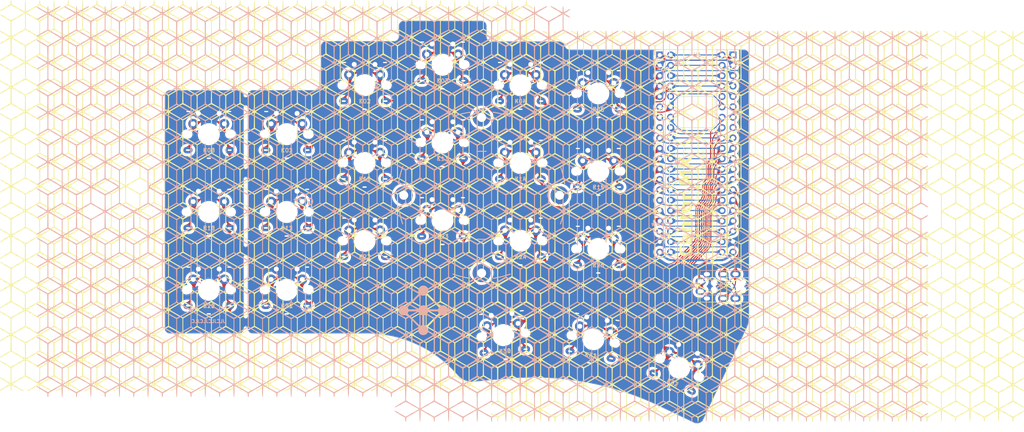
<source format=kicad_pcb>
(kicad_pcb
	(version 20240108)
	(generator "pcbnew")
	(generator_version "8.0")
	(general
		(thickness 1.6)
		(legacy_teardrops yes)
	)
	(paper "USLetter")
	(title_block
		(title "Cantor MX")
		(date "2023-10-23")
		(rev "rev1.6")
		(comment 2 "Based on Cantor by Diego Palacios https://github.com/diepala/cantor")
		(comment 3 "Cantor MX by Ryan Neff https://github.com/JellyTitan")
		(comment 4 "Supports Cherry MX Switches, as well as Kailh Choc V1 & V2")
	)
	(layers
		(0 "F.Cu" signal)
		(31 "B.Cu" signal)
		(32 "B.Adhes" user "B.Adhesive")
		(33 "F.Adhes" user "F.Adhesive")
		(34 "B.Paste" user)
		(35 "F.Paste" user)
		(36 "B.SilkS" user "B.Silkscreen")
		(37 "F.SilkS" user "F.Silkscreen")
		(38 "B.Mask" user)
		(39 "F.Mask" user)
		(40 "Dwgs.User" user "User.Drawings")
		(41 "Cmts.User" user "User.Comments")
		(42 "Eco1.User" user "User.Eco1")
		(43 "Eco2.User" user "User.Eco2")
		(44 "Edge.Cuts" user)
		(45 "Margin" user)
		(46 "B.CrtYd" user "B.Courtyard")
		(47 "F.CrtYd" user "F.Courtyard")
		(48 "B.Fab" user)
		(49 "F.Fab" user)
		(50 "User.1" user)
		(51 "User.2" user)
		(52 "User.3" user)
		(53 "User.4" user)
		(54 "User.5" user)
		(55 "User.6" user)
		(56 "User.7" user)
		(57 "User.8" user)
		(58 "User.9" user)
	)
	(setup
		(stackup
			(layer "F.SilkS"
				(type "Top Silk Screen")
			)
			(layer "F.Paste"
				(type "Top Solder Paste")
			)
			(layer "F.Mask"
				(type "Top Solder Mask")
				(thickness 0.01)
			)
			(layer "F.Cu"
				(type "copper")
				(thickness 0.035)
			)
			(layer "dielectric 1"
				(type "core")
				(thickness 1.51)
				(material "FR4")
				(epsilon_r 4.5)
				(loss_tangent 0.02)
			)
			(layer "B.Cu"
				(type "copper")
				(thickness 0.035)
			)
			(layer "B.Mask"
				(type "Bottom Solder Mask")
				(thickness 0.01)
			)
			(layer "B.Paste"
				(type "Bottom Solder Paste")
			)
			(layer "B.SilkS"
				(type "Bottom Silk Screen")
			)
			(copper_finish "None")
			(dielectric_constraints no)
		)
		(pad_to_mask_clearance 0)
		(allow_soldermask_bridges_in_footprints no)
		(aux_axis_origin 125.9 72.05)
		(grid_origin 125.9 72.05)
		(pcbplotparams
			(layerselection 0x00010fc_ffffffff)
			(plot_on_all_layers_selection 0x0001000_00000000)
			(disableapertmacros no)
			(usegerberextensions yes)
			(usegerberattributes yes)
			(usegerberadvancedattributes yes)
			(creategerberjobfile yes)
			(dashed_line_dash_ratio 12.000000)
			(dashed_line_gap_ratio 3.000000)
			(svgprecision 6)
			(plotframeref no)
			(viasonmask no)
			(mode 1)
			(useauxorigin yes)
			(hpglpennumber 1)
			(hpglpenspeed 20)
			(hpglpendiameter 15.000000)
			(pdf_front_fp_property_popups yes)
			(pdf_back_fp_property_popups yes)
			(dxfpolygonmode yes)
			(dxfimperialunits yes)
			(dxfusepcbnewfont yes)
			(psnegative no)
			(psa4output no)
			(plotreference yes)
			(plotvalue yes)
			(plotfptext yes)
			(plotinvisibletext no)
			(sketchpadsonfab no)
			(subtractmaskfromsilk no)
			(outputformat 1)
			(mirror no)
			(drillshape 0)
			(scaleselection 1)
			(outputdirectory "gerbers/")
		)
	)
	(net 0 "")
	(net 1 "+3V3")
	(net 2 "GND")
	(net 3 "/TX")
	(net 4 "/RX")
	(net 5 "/k00")
	(net 6 "/k01")
	(net 7 "/k02")
	(net 8 "/k03")
	(net 9 "/k04")
	(net 10 "/k05")
	(net 11 "/k10")
	(net 12 "/k11")
	(net 13 "/k12")
	(net 14 "/k13")
	(net 15 "/k14")
	(net 16 "/k15")
	(net 17 "/k20")
	(net 18 "/k21")
	(net 19 "/k22")
	(net 20 "/k23")
	(net 21 "/k24")
	(net 22 "/k25")
	(net 23 "/k30")
	(net 24 "/k31")
	(net 25 "/k32")
	(net 26 "unconnected-(U1-PB12-Pad1)")
	(net 27 "unconnected-(U1-PA9-Pad6)")
	(net 28 "unconnected-(U1-PA10-Pad7)")
	(net 29 "unconnected-(U1-PA11-Pad8)")
	(net 30 "unconnected-(U1-PA12-Pad9)")
	(net 31 "unconnected-(U1-5V-Pad18)")
	(net 32 "unconnected-(U1-VBat-Pad21)")
	(net 33 "unconnected-(U1-PC13-Pad22)")
	(net 34 "unconnected-(U1-PC14-Pad23)")
	(net 35 "unconnected-(U1-PC15-Pad24)")
	(net 36 "unconnected-(U1-RES-Pad25)")
	(net 37 "unconnected-(U1-PB2-Pad36)")
	(net 38 "unconnected-(U1-5V-Pad40)")
	(footprint "Cantor_MX:CherryMX_ChocV2_1u_DS" (layer "F.Cu") (at 164 98.1))
	(footprint "Cantor_MX:CherryMX_ChocV2_1u_DS" (layer "F.Cu") (at 144.95 96.1))
	(footprint "Cantor_MX:CherryMX_ChocV2_1u_DS" (layer "F.Cu") (at 87.8 108.1))
	(footprint "Cantor_MX:CherryMX_ChocV2_1u_DS" (layer "F.Cu") (at 106.85 58))
	(footprint "Cantor_MX:CherryMX_ChocV2_1u_DS" (layer "F.Cu") (at 68.75 89.05))
	(footprint "Cantor_MX:CherryMX_ChocV2_1u_DS" (layer "F.Cu") (at 144.95 58))
	(footprint "Cantor_MX:CherryMX_ChocV2_1u_DS" (layer "F.Cu") (at 106.85 77.05))
	(footprint "Cantor_MX:CherryMX_ChocV2_1u_DS" (layer "F.Cu") (at 140.8 119.2 5))
	(footprint "Cantor_MX:CherryMX_ChocV2_1u_DS" (layer "F.Cu") (at 87.8 70))
	(footprint "Cantor_MX:CherryMX_ChocV2_1u_DS" (layer "F.Cu") (at 144.95 77.05))
	(footprint "Cantor_MX:CherryMX_ChocV2_1u_DS" (layer "F.Cu") (at 125.9 91.1))
	(footprint "Cantor_MX:CherryMX_ChocV2_1u_DS" (layer "F.Cu") (at 125.9 53))
	(footprint "Cantor_MX:CherryMX_ChocV2_1u_DS" (layer "F.Cu") (at 106.85 96.1))
	(footprint "Cantor_MX:MJ-4PP-9_Cantor_MX_TX-RX_Crossover" (layer "F.Cu") (at 200.86 108.12 -90))
	(footprint "Cantor_MX:CherryMX_ChocV2_1u_DS" (layer "F.Cu") (at 164 79.05))
	(footprint "Cantor_MX:dmzlogo" (layer "F.Cu") (at 121.15 112.8))
	(footprint "Cantor_MX:bg_kopiran"
		(layer "F.Cu")
		(uuid "c62a05c5-c4a0-44e5-91e5-0cc0ca1d8485")
		(at 202.9 92.55)
		(property "Reference" "G***"
			(at 0 0 0)
			(layer "F.SilkS")
			(hide yes)
			(uuid "c7475372-9aee-4f26-9200-c33f94376a2f")
			(effects
				(font
					(size 1.524 1.524)
					(thickness 0.3)
				)
			)
		)
		(property "Value" "LOGO"
			(at 0.75 0 0)
			(layer "F.SilkS")
			(hide yes)
			(uuid "c73ad783-1019-4015-b2b0-80ae450d4420")
			(effects
				(font
					(size 1.524 1.524)
					(thickness 0.3)
				)
			)
		)
		(property "Footprint" "Cantor_MX:bg_kopiran"
			(at 0 0 0)
			(unlocked yes)
			(layer "F.Fab")
			(hide yes)
			(uuid "9c73305f-252c-4563-9671-24665fc194fe")
			(effects
				(font
					(size 1.27 1.27)
				)
			)
		)
		(property "Datasheet" ""
			(at 0 0 0)
			(unlocked yes)
			(layer "F.Fab")
			(hide yes)
			(uuid "69b67412-e7f1-4001-af82-a49d1bfb41bf")
			(effects
				(font
					(size 1.27 1.27)
				)
			)
		)
		(property "Description" ""
			(at 0 0 0)
			(unlocked yes)
			(layer "F.Fab")
			(hide yes)
			(uuid "93835ecc-a3f8-4b45-81b0-94776ba93e73")
			(effects
				(font
					(size 1.27 1.27)
				)
			)
		)
		(attr board_only exclude_from_pos_files exclude_from_bom)
		(fp_poly
			(pts
				(xy 62.550387 -47.806939) (xy 62.585507 -47.555027) (xy 62.599906 -47.185171) (xy 62.6 -47.15) (xy 62.608048 -46.791492)
				(xy 62.629338 -46.526292) (xy 62.659586 -46.403273) (xy 62.665729 -46.4) (xy 62.773227 -46.447454)
				(xy 63.01633 -46.576474) (xy 63.358356 -46.76705) (xy 63.740729 -46.98644) (xy 64.273533 -47.295529)
				(xy 64.657727 -47.515361) (xy 64.91761 -47.657193) (xy 65.07748 -47.732281) (xy 65.161635 -47.751881)
				(xy 65.194373 -47.727249) (xy 65.199993 -47.669642) (xy 65.2 -47.662446) (xy 65.117656 -47.562486)
				(xy 64.891583 -47.387931) (xy 64.553221 -47.16071) (xy 64.134007 -46.902751) (xy 63.99015 -46.818584)
				(xy 62.7803 -46.119312) (xy 63.79978 -45.534656) (xy 64.344377 -45.218558) (xy 64.734398 -44.981334)
				(xy 64.991476 -44.807257) (xy 65.137246 -44.680601) (xy 65.193342 -44.585639) (xy 65.189194 -44.524649)
				(xy 65.090697 -44.52069) (xy 64.856031 -44.613469) (xy 64.516067 -44.789729) (xy 64.35 -44.885056)
				(xy 63.925449 -45.134585) (xy 63.501733 -45.382979) (xy 63.153421 -45.586542) (xy 63.075 -45.632208)
				(xy 62.6 -45.908431) (xy 62.601436 -44.029216) (xy 62.602873 -42.15) (xy 63.901436 -41.407369) (xy 64.355975 -41.139007)
				(xy 64.741072 -40.895597) (xy 65.026239 -40.697682) (xy 65.18099 -40.565804) (xy 65.199999 -40.532369)
				(xy 65.175162 -40.410673) (xy 65.159127 -40.400001) (xy 65.062775 -40.447201) (xy 64.82435 -40.577274)
				(xy 64.47489 -40.772923) (xy 64.04543 -41.016855) (xy 63.808152 -41.152814) (xy 62.498048 -41.905628)
				(xy 60.900257 -40.981581) (xy 60.400512 -40.686976) (xy 59.972648 -40.423986) (xy 59.642251 -40.209243)
				(xy 59.434908 -40.059377) (xy 59.376206 -39.99102) (xy 59.376233 -39.990996) (xy 59.48332 -39.9217)
				(xy 59.73458 -39.770779) (xy 60.100429 -39.555649) (xy 60.551286 -39.293725) (xy 60.974779 -39.049875)
				(xy 62.499558 -38.175293) (xy 63.774779 -38.90389) (xy 64.231547 -39.164685) (xy 64.627784 -39.390585)
				(xy 64.930427 -39.562763) (xy 65.106412 -39.662396) (xy 65.134613 -39.678086) (xy 65.189669 -39.640798)
				(xy 65.184613 -39.557177) (xy 65.089341 -39.449844) (xy 64.851094 -39.268252) (xy 64.502066 -39.034657)
				(xy 64.074454 -38.771314) (xy 63.9 -38.669196) (xy 62.65 -37.947725) (xy 62.622744 -36.123863) (xy 62.617562 -35.544907)
				(xy 62.619687 -35.041721) (xy 62.628441 -34.64564) (xy 62.643143 -34.388001) (xy 62.662283 -34.3)
				(xy 62.718205 -34.31972) (xy 62.849232 -34.385043) (xy 63.071998 -34.505215) (xy 63.403136 -34.689483)
				(xy 63.859282 -34.947093) (xy 64.457069 -35.28729) (xy 65.125 -35.668903) (xy 65.190831 -35.629787)
				(xy 65.2 -35.56483) (xy 65.117079 -35.462094) (xy 64.888113 -35.284671) (xy 64.542793 -35.053353)
				(xy 64.110813 -34.788933) (xy 63.997794 -34.723003) (xy 63.492806 -34.423817) (xy 63.152195 -34.203468)
				(xy 62.961494 -34.051267) (xy 62.906236 -33.956528) (xy 62.922794 -33.928924) (xy 63.056836 -33.842724)
				(xy 63.325891 -33.682756) (xy 63.690119 -33.472339) (xy 64.084181 -33.249101) (xy 64.617015 -32.937046)
				(xy 64.975717 -32.695272) (xy 65.17019 -32.515759) (xy 65.210336 -32.390487) (xy 65.187353 -32.355595)
				(xy 65.092461 -32.389547) (xy 64.859921 -32.50683) (xy 64.523894 -32.688397) (xy 64.118544 -32.915204)
				(xy 63.678034 -33.168203) (xy 63.236525 -33.428349) (xy 62.925 -33.61687) (xy 62.6 -33.816312) (xy 62.601436 -31.933156)
				(xy 62.602873 -30.05) (xy 63.901436 -29.307369) (xy 64.355975 -29.039007) (xy 64.741072 -28.795597)
				(xy 65.026239 -28.597682) (xy 65.18099 -28.465804) (xy 65.2 -28.432369) (xy 65.16865 -28.310715)
				(xy 65.148348 -28.3) (xy 65.048319 -28.347666) (xy 64.807154 -28.478969) (xy 64.456233 -28.676364)
				(xy 64.026938 -28.922309) (xy 63.799509 -29.05405) (xy 62.502323 -29.8081) (xy 60.902395 -28.882817)
				(xy 60.402288 -28.58801) (xy 59.974036 -28.324816) (xy 59.643211 -28.109853) (xy 59.435384 -27.959739)
				(xy 59.376127 -27.891093) (xy 59.376233 -27.890996) (xy 59.48332 -27.8217) (xy 59.73458 -27.670779)
				(xy 60.100429 -27.455649) (xy 60.551286 -27.193725) (xy 60.974779 -26.949875) (xy 62.499558 -26.075293)
				(xy 63.774779 -26.80389) (xy 64.230549 -27.064086) (xy 64.624828 -27.288787) (xy 64.924873 -27.459362)
				(xy 65.097937 -27.557178) (xy 65.125 -27.572145) (xy 65.19084 -27.529819) (xy 65.2 -27.464188) (xy 65.116632 -27.361472)
				(xy 64.88514 -27.183191) (xy 64.533433 -26.948704) (xy 64.089425 -26.677369) (xy 63.939945 -26.590264)
				(xy 63.489352 -26.324899) (xy 63.104011 -26.08728) (xy 62.81603 -25.898031) (xy 62.657514 -25.77778)
				(xy 62.63755 -25.753617) (xy 62.625309 -25.621876) (xy 62.617562 -25.324707) (xy 62.614585 -24.896635)
				(xy 62.616651 -24.372187) (xy 62.622604 -23.874798) (xy 62.65 -22.106319) (xy 63.924999 -22.848841)
				(xy 64.440551 -23.143643) (xy 64.806649 -23.33886) (xy 65.042136 -23.442961) (xy 65.165857 -23.464417)
				(xy 65.197231 -23.420681) (xy 65.104941 -23.289163) (xy 64.833779 -23.079815) (xy 64.387849 -22.795553)
				(xy 63.991377 -22.563516) (xy 63.513677 -22.287627) (xy 63.190069 -22.089867) (xy 62.998807 -21.953072)
				(xy 62.918144 -21.860076) (xy 62.926335 -21.793716) (xy 62.969145 -21.756641) (xy 63.125296 -21.660526)
				(xy 63.412941 -21.490317) (xy 63.789756 -21.270852) (xy 64.175 -21.04897) (xy 64.575816 -20.808841)
				(xy 64.903185 -20.592766) (xy 65.122691 -20.424858) (xy 65.2 -20.330845) (xy 65.175006 -20.210205)
				(xy 65.159286 -20.200001) (xy 65.062648 -20.247101) (xy 64.825181 -20.376442) (xy 64.479157 -20.570086)
				(xy 64.056847 -20.810094) (xy 63.899999 -20.900001) (xy 63.458933 -21.151794) (xy 63.083067 -21.363387)
				(xy 62.804672 -21.516839) (xy 62.65602 -21.594211) (xy 62.640713 -21.600001) (xy 62.627841 -21.505203)
				(xy 62.616644 -21.241619) (xy 62.60781 -20.840459) (xy 62.602032 -20.332933) (xy 62.6 -19.76) (xy 62.6 -17.92)
				(xy 63.874581 -17.180062) (xy 64.339083 -16.900582) (xy 64.729189 -16.646948) (xy 65.014842 -16.44006)
				(xy 65.165985 -16.300815) (xy 65.18169 -16.271223) (xy 65.133617 -16.236087) (xy 64.951681 -16.295632)
				(xy 64.626096 -16.454326) (xy 64.147077 -16.716635) (xy 63.911029 -16.851161) (xy 63.44837 -17.113175)
				(xy 63.043606 -17.335185) (xy 62.729761 -17.499633) (xy 62.539858 -17.58896) (xy 62.502651 -17.600001)
				(xy 62.385664 -17.552477) (xy 62.125467 -17.420536) (xy 61.751843 -17.220122) (xy 61.294578 -16.967179)
				(xy 60.83839 -16.709081) (xy 60.28523 -16.391841) (xy 59.886085 -16.157504) (xy 59.620954 -15.990398)
				(xy 59.469831 -15.87485) (xy 59.412715 -15.795188) (xy 59.429601 -15.735738) (xy 59.500485 -15.680828)
				(xy 59.51466 -15.671939) (xy 59.681638 -15.573162) (xy 59.986532 -15.397428) (xy 60.39282 -15.165613)
				(xy 60.863983 -14.898597) (xy 61.124159 -14.751834) (xy 62.498319 -13.97795) (xy 63.524159 -14.55795)
				(xy 63.965001 -14.807807) (xy 64.373639 -15.040499) (xy 64.700142 -15.227529) (xy 64.875 -15.328853)
				(xy 65.088394 -15.441792) (xy 65.18186 -15.445735) (xy 65.2 -15.368163) (xy 65.115542 -15.260872)
				(xy 64.87841 -15.0775) (xy 64.512962 -14.835021) (xy 64.04356 -14.550406) (xy 63.939945 -14.490264)
				(xy 63.489352 -14.224899) (xy 63.104011 -13.98728) (xy 62.81603 -13.798031) (xy 62.657514 -13.67778)
				(xy 62.63755 -13.653617) (xy 62.625308 -13.521873) (xy 62.617561 -13.224704) (xy 62.614585 -12.796641)
				(xy 62.616653 -12.272213) (xy 62.622604 -11.775129) (xy 62.65 -10.006982) (xy 63.925 -10.745048)
				(xy 64.444527 -11.040021) (xy 64.813668 -11.234851) (xy 65.050271 -11.337543) (xy 65.172185 -11.356104)
				(xy 65.199145 -11.316557) (xy 65.108903 -11.189624) (xy 64.844266 -10.985696) (xy 64.413026 -10.710277)
				(xy 63.992241 -10.464251) (xy 63.513835 -10.188981) (xy 63.189577 -9.99167) (xy 62.997683 -9.855156)
				(xy 62.91637 -9.762277) (xy 62.923853 -9.69587) (xy 62.968096 -9.657375) (xy 63.124691 -9.560952)
				(xy 63.41273 -9.390474) (xy 63.789837 -9.170814) (xy 64.175 -8.94897) (xy 64.575816 -8.708841) (xy 64.903185 -8.492766)
				(xy 65.122691 -8.324858) (xy 65.2 -8.230845) (xy 65.168034 -8.11025) (xy 65.14786 -8.1) (xy 65.047178 -8.147626)
				(xy 64.806783 -8.278336) (xy 64.45939 -8.47388) (xy 64.037714 -8.716009) (xy 63.89303 -8.8) (xy 63.455227 -9.053027)
				(xy 63.08203 -9.265334) (xy 62.805925 -9.418696) (xy 62.659399 -9.494892) (xy 62.64517 -9.5) (xy 62.630904 -9.405198)
				(xy 62.618491 -9.141574) (xy 62.608693 -8.740304) (xy 62.602275 -8.232563) (xy 62.6 -7.655876) (xy 62.599999 -5.811752)
				(xy 63.860803 -5.085903) (xy 64.430876 -4.749286) (xy 64.83516 -4.489387) (xy 65.08766 -4.29532)
				(xy 65.20238 -4.156199) (xy 65.193324 -4.061139) (xy 65.187353 -4.054798) (xy 65.092874 -4.089756)
				(xy 64.858168 -4.210588) (xy 64.514517 -4.400281) (xy 64.0932 -4.641822) (xy 63.9 -4.754998) (xy 63.446277 -5.017778)
				(xy 63.04796 -5.239764) (xy 62.739263 -5.402541) (xy 62.554401 -5.487696) (xy 62.523348 -5.495888)
				(xy 62.4044 -5.449686) (xy 62.146597 -5.321043) (xy 61.783641 -5.128634) (xy 61.349235 -4.891132)
				(xy 60.877079 -4.627214) (xy 60.400876 -4.355552) (xy 59.954327 -4.094821) (xy 59.571135 -3.863696)
				(xy 59.516 -3.829492) (xy 59.438795 -3.773641) (xy 59.412892 -3.715399) (xy 59.458307 -3.638824)
				(xy 59.595057 -3.527976) (xy 59.843158 -3.366912) (xy 60.222624 -3.139692) (xy 60.753473 -2.830372)
				(xy 60.816 -2.794111) (xy 61.32148 -2.505688) (xy 61.774128 -2.256198) (xy 62.142999 -2.062003)
				(xy 62.397147 -1.93946) (xy 62.5 -1.903855) (xy 62.636136 -1.95177) (xy 62.909352 -2.084087) (xy 63.284936 -2.282797)
				(xy 63.728173 -2.529894) (xy 63.925 -2.643099) (xy 64.445196 -2.939172) (xy 64.814843 -3.134652)
				(xy 65.051423 -3.237415) (xy 65.172419 -3.255337) (xy 65.197823 -3.216557) (xy 65.107093 -3.092027)
				(xy 64.841913 -2.888943) (xy 64.409531 -2.612339) (xy 63.897823 -2.312876) (xy 62.6 -1.575751) (xy 62.6 0.262124)
				(xy 62.60339 0.843489) (xy 62.612815 1.349183) (xy 62.62716 1.747979) (xy 62.645307 2.008648) (xy 62.665729 2.1)
				(xy 62.773227 2.052546) (xy 63.01633 1.923526) (xy 63.358356 1.73295) (xy 63.740729 1.51356) (xy 64.273553 1.204446)
				(xy 64.657755 0.984595) (xy 64.917636 0.842783) (xy 65.077498 0.767786) (xy 65.161644 0.748384)
				(xy 65.194375 0.773353) (xy 65.199993 0.83147) (xy 65.2 0.839668) (xy 65.116737 0.942357) (xy 64.886713 1.118733)
				(xy 64.539573 1.348247) (xy 64.104961 1.610349) (xy 64.006882 1.666736) (xy 63.578143 1.916637)
				(xy 63.224982 2.132887) (xy 62.977365 2.296321) (xy 62.865259 2.387771) (xy 62.862746 2.398549)
				(xy 62.962915 2.465825) (xy 63.201871 2.613081) (xy 63.545557 2.819674) (xy 63.959915 3.064959)
				(xy 64.030759 3.10657) (xy 64.45356 3.36562) (xy 64.808414 3.603834) (xy 65.061368 3.796893) (xy 65.178468 3.920482)
				(xy 65.182155 3.93119) (xy 65.116475 3.960575) (xy 64.888037 3.878315) (xy 64.499204 3.685615) (xy 63.952337 3.383682)
				(xy 63.249799 2.973721) (xy 62.922758 2.777972) (xy 62.595516 2.580917) (xy 62.65 6.324503) (xy 63.899537 7.041962)
				(xy 64.434109 7.360591) (xy 64.837738 7.625987) (xy 65.093731 7.826434) (xy 65.184643 7.944112)
				(xy 65.194671 8.055113) (xy 65.133916 8.065271) (xy 64.958943 7.972308) (xy 64.885105 7.928409)
				(xy 64.236113 7.544023) (xy 63.659179 7.209582) (xy 63.175347 6.936805) (xy 62.805659 6.737413)
				(xy 62.571161 6.623125) (xy 62.5 6.6) (xy 62.361944 6.652278) (xy 62.063082 6.805867) (xy 61.612092 7.055901)
				(xy 61.017657 7.397512) (xy 60.288456 7.825834) (xy 59.869006 8.07518) (xy 59.288012 8.421762) (xy 60.895187 9.353286)
				(xy 62.502363 10.284809) (xy 63.851181 9.499311) (xy 64.387852 9.192269) (xy 64.773575 8.985542)
				(xy 65.025593 8.871226) (xy 65.161149 8.841415) (xy 65.197823 8.881906) (xy 65.106459 9.008512)
				(xy 64.837957 9.214109) (xy 64.397369 9.495181) (xy 63.897823 9.787124) (xy 62.6 10.524249) (xy 62.6 12.362124)
				(xy 62.60339 12.943489) (xy 62.612815 13.449183) (xy 62.62716 13.847979) (xy 62.645307 14.108648)
				(xy 62.665729 14.2) (xy 62.773227 14.152546) (xy 63.01633 14.023526) (xy 63.358356 13.83295) (xy 63.740729 13.61356)
				(xy 64.273533 13.304471) (xy 64.657727 13.084639) (xy 64.91761 12.942807) (xy 65.07748 12.867719)
				(xy 65.161635 12.848119) (xy 65.194373 12.872751) (xy 65.199993 12.930358) (xy 65.2 12.937554) (xy 65.117656 13.037514)
				(xy 64.891583 13.212069) (xy 64.553221 13.43929) (xy 64.134007 13.697249) (xy 63.99015 13.781416)
				(xy 62.7803 14.480688) (xy 63.79978 15.065344) (xy 64.344377 15.381442) (xy 64.734398 15.618666)
				(xy 64.991476 15.792743) (xy 65.137246 15.919399) (xy 65.193342 16.014361) (xy 65.189194 16.075351)
				(xy 65.090697 16.07931) (xy 64.856031 15.986531) (xy 64.516067 15.810271) (xy 64.35 15.714944) (xy 63.925449 15.465415)
				(xy 63.501733 15.217021) (xy 63.153421 15.013458) (xy 63.075 14.967792) (xy 62.6 14.691569) (xy 62.601436 16.570784)
				(xy 62.602873 18.45) (xy 63.901436 19.192631) (xy 64.355975 19.460993) (xy 64.741072 19.704403)
				(xy 65.026239 19.902318) (xy 65.18099 20.034196) (xy 65.2 20.067631) (xy 65.175162 20.189327) (xy 65.159127 20.2)
				(xy 65.062775 20.152799) (xy 64.82435 20.022726) (xy 64.47489 19.827077) (xy 64.04543 19.583145)
				(xy 63.808152 19.447186) (xy 62.498048 18.694372) (xy 60.900257 19.618419) (xy 60.400512 19.913024)
				(xy 59.972648 20.176014) (xy 59.642251 20.390757) (xy 59.434908 20.540623) (xy 59.376206 20.60898)
				(xy 59.376233 20.609004) (xy 59.48332 20.6783) (xy 59.73458 20.829221) (xy 60.100429 21.044351)
				(xy 60.551286 21.306275) (xy 60.974779 21.550125) (xy 62.499558 22.424707) (xy 63.774779 21.69611)
				(xy 64.231547 21.435315) (xy 64.627784 21.209415) (xy 64.930427 21.037237) (xy 65.106412 20.937604)
				(xy 65.134613 20.921914) (xy 65.189669 20.959202) (xy 65.184613 21.042823) (xy 65.089341 21.150156)
				(xy 64.851094 21.331748) (xy 64.502066 21.565343) (xy 64.074454 21.828686) (xy 63.9 21.930804) (xy 62.65 22.652275)
				(xy 62.622744 24.476137) (xy 62.617562 25.055093) (xy 62.619687 25.558279) (xy 62.628441 25.95436)
				(xy 62.643143 26.211999) (xy 62.662283 26.3) (xy 62.718205 26.28028) (xy 62.849232 26.214957) (xy 63.071998 26.094785)
				(xy 63.403136 25.910517) (xy 63.859282 25.652907) (xy 64.457069 25.31271) (xy 65.125 24.931097)
				(xy 65.190831 24.970213) (xy 65.2 25.03517) (xy 65.117079 25.137906) (xy 64.888113 25.315329) (xy 64.542793 25.546647)
				(xy 64.110813 25.811067) (xy 63.997794 25.876997) (xy 63.492806 26.176183) (xy 63.152195 26.396532)
				(xy 62.961494 26.548733) (xy 62.906236 26.643472) (xy 62.922794 26.671076) (xy 63.056836 26.757276)
				(xy 63.325891 26.917244) (xy 63.690119 27.127661) (xy 64.084181 27.350899) (xy 64.617015 27.662954)
				(xy 64.975717 27.904728) (xy 65.17019 28.084241) (xy 65.210336 28.209513) (xy 65.187353 28.244405)
				(xy 65.092461 28.210453) (xy 64.859921 28.09317) (xy 64.523894 27.911603) (xy 64.118544 27.684796)
				(xy 63.678034 27.431797) (xy 63.236525 27.171651) (xy 62.925 26.98313) (xy 62.6 26.783688) (xy 62.601436 28.666844)
				(xy 62.602873 30.55) (xy 63.901436 31.292631) (xy 64.355975 31.560993) (xy 64.741072 31.804403)
				(xy 65.026239 32.002318) (xy 65.18099 32.134196) (xy 65.2 32.167631) (xy 65.16865 32.289285) (xy 65.148348 32.3)
				(xy 65.048319 32.252334) (xy 64.807154 32.121031) (xy 64.456233 31.923636) (xy 64.026938 31.677691)
				(xy 63.799509 31.54595) (xy 62.502323 30.7919) (xy 60.902395 31.717183) (xy 60.402288 32.01199)
				(xy 59.974036 32.275184) (xy 59.643211 32.490147) (xy 59.435384 32.640261) (xy 59.376127 32.708907)
				(xy 59.376233 32.709004) (xy 59.48332 32.7783) (xy 59.73458 32.929221) (xy 60.100429 33.144351)
				(xy 60.551286 33.406275) (xy 60.974779 33.650125) (xy 62.499558 34.524707) (xy 63.774779 33.79611)
				(xy 64.230549 33.535914) (xy 64.624828 33.311213) (xy 64.924873 33.140638) (xy 65.097937 33.042822)
				(xy 65.125 33.027855) (xy 65.19084 33.070181) (xy 65.2 33.135812) (xy 65.116632 33.238528) (xy 64.88514 33.416809)
				(xy 64.533433 33.651296) (xy 64.089425 33.922631) (xy 63.939945 34.009736) (xy 63.489352 34.275101)
				(xy 63.104011 34.51272) (xy 62.81603 34.701969) (xy 62.657514 34.82222) (xy 62.63755 34.846383)
				(xy 62.625309 34.978124) (xy 62.617562 35.275293) (xy 62.614585 35.703365) (xy 62.616651 36.227813)
				(xy 62.622604 36.725202) (xy 62.65 38.493681) (xy 63.925 37.751159) (xy 64.440551 37.456357) (xy 64.806649 37.26114)
				(xy 65.042136 37.157039) (xy 65.165857 37.135583) (xy 65.197231 37.179319) (xy 65.104941 37.310837)
				(xy 64.833779 37.520185) (xy 64.387849 37.804447) (xy 63.991377 38.036484) (xy 63.513677 38.312373)
				(xy 63.190069 38.510133) (xy 62.998807 38.646928) (xy 62.918144 38.739924) (xy 62.926335 38.806284)
				(xy 62.969145 38.843359) 
... [3692737 chars truncated]
</source>
